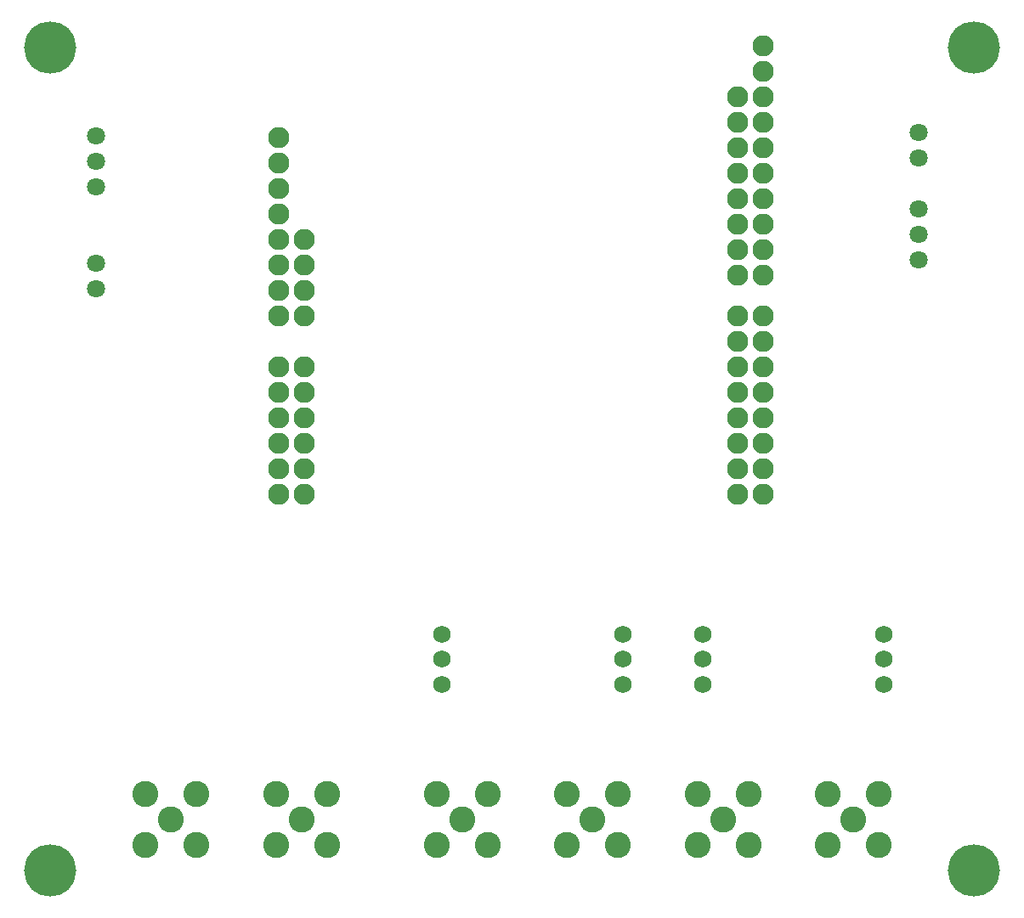
<source format=gbs>
G04 Layer_Color=16711935*
%FSLAX25Y25*%
%MOIN*%
G70*
G01*
G75*
%ADD58C,0.20485*%
%ADD59C,0.06800*%
%ADD60C,0.07099*%
%ADD61C,0.08300*%
%ADD62C,0.10249*%
D58*
X377953Y15748D02*
D03*
Y338583D02*
D03*
X15748D02*
D03*
Y15748D02*
D03*
D59*
X342520Y98425D02*
D03*
Y88583D02*
D03*
Y108268D02*
D03*
X271654D02*
D03*
Y88583D02*
D03*
Y98425D02*
D03*
X240158D02*
D03*
Y88583D02*
D03*
Y108268D02*
D03*
X169291D02*
D03*
Y88583D02*
D03*
Y98425D02*
D03*
D60*
X356299Y275118D02*
D03*
Y255118D02*
D03*
Y305118D02*
D03*
Y295118D02*
D03*
Y265118D02*
D03*
X33465Y293937D02*
D03*
Y303937D02*
D03*
Y243937D02*
D03*
Y253937D02*
D03*
Y283937D02*
D03*
D61*
X285276Y259150D02*
D03*
Y269150D02*
D03*
Y249150D02*
D03*
Y289150D02*
D03*
Y299150D02*
D03*
Y279150D02*
D03*
Y319150D02*
D03*
Y309150D02*
D03*
Y223150D02*
D03*
Y233150D02*
D03*
Y193150D02*
D03*
Y213150D02*
D03*
Y203150D02*
D03*
Y163150D02*
D03*
Y183150D02*
D03*
Y173150D02*
D03*
X295276Y329150D02*
D03*
Y339150D02*
D03*
X105276Y303150D02*
D03*
Y293150D02*
D03*
Y283150D02*
D03*
Y263150D02*
D03*
Y273150D02*
D03*
Y243150D02*
D03*
Y253150D02*
D03*
Y233150D02*
D03*
X115276D02*
D03*
Y253150D02*
D03*
Y243150D02*
D03*
Y263150D02*
D03*
Y203150D02*
D03*
Y213150D02*
D03*
Y193150D02*
D03*
X105276D02*
D03*
Y213150D02*
D03*
Y203150D02*
D03*
X115276Y173150D02*
D03*
Y183150D02*
D03*
Y163150D02*
D03*
X105276D02*
D03*
Y183150D02*
D03*
Y173150D02*
D03*
X295276Y163150D02*
D03*
Y183150D02*
D03*
Y173150D02*
D03*
Y193150D02*
D03*
Y213150D02*
D03*
Y203150D02*
D03*
Y223150D02*
D03*
Y233150D02*
D03*
Y319150D02*
D03*
Y309150D02*
D03*
Y289150D02*
D03*
Y299150D02*
D03*
Y279150D02*
D03*
Y259150D02*
D03*
Y269150D02*
D03*
Y249150D02*
D03*
D62*
X177165Y35433D02*
D03*
X187165Y25433D02*
D03*
X167165D02*
D03*
Y45433D02*
D03*
X187165D02*
D03*
X238347D02*
D03*
X218347D02*
D03*
Y25433D02*
D03*
X238347D02*
D03*
X228346Y35433D02*
D03*
X279528D02*
D03*
X289528Y25433D02*
D03*
X269528D02*
D03*
Y45433D02*
D03*
X289528D02*
D03*
X340709D02*
D03*
X320709D02*
D03*
Y25433D02*
D03*
X340709D02*
D03*
X330709Y35433D02*
D03*
X62992Y35433D02*
D03*
X72992Y25433D02*
D03*
X52992D02*
D03*
Y45433D02*
D03*
X72992D02*
D03*
X124173D02*
D03*
X104173D02*
D03*
Y25433D02*
D03*
X124173D02*
D03*
X114173Y35433D02*
D03*
M02*

</source>
